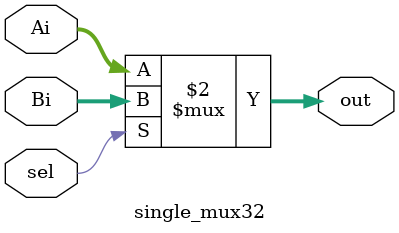
<source format=v>
`timescale 1ns / 1ps
module single_mux32(Ai,Bi,sel,out);
  		input [31:0] Ai;
  		input [31:0] Bi;
  		input sel;
  		output [31:0] out;
  
  		assign out[31:0] = (sel == 1) ? (Bi[31:0]) : (Ai[31:0]);
endmodule


</source>
